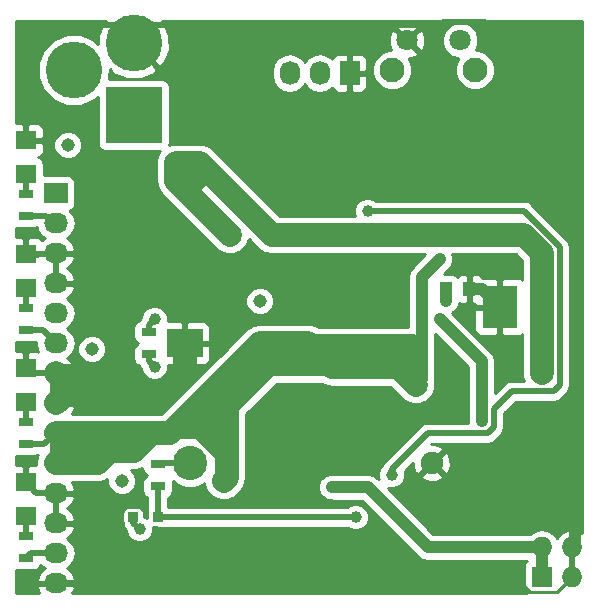
<source format=gbl>
G04 #@! TF.FileFunction,Copper,L2,Bot,Signal*
%FSLAX46Y46*%
G04 Gerber Fmt 4.6, Leading zero omitted, Abs format (unit mm)*
G04 Created by KiCad (PCBNEW 4.0.2-4+6225~38~ubuntu14.04.1-stable) date Fri 18 Mar 2016 20:19:54 GMT*
%MOMM*%
G01*
G04 APERTURE LIST*
%ADD10C,0.100000*%
%ADD11R,1.800860X1.597660*%
%ADD12C,2.900000*%
%ADD13C,1.900000*%
%ADD14C,4.800600*%
%ADD15R,4.800600X4.800600*%
%ADD16R,1.727200X2.032000*%
%ADD17O,1.727200X2.032000*%
%ADD18C,1.800000*%
%ADD19C,2.100000*%
%ADD20R,1.000000X1.250000*%
%ADD21R,1.300000X0.700000*%
%ADD22R,3.100000X2.400000*%
%ADD23C,1.143000*%
%ADD24R,3.000000X3.600000*%
%ADD25R,2.032000X1.727200*%
%ADD26O,2.032000X1.727200*%
%ADD27R,1.727200X1.727200*%
%ADD28O,1.727200X1.727200*%
%ADD29R,0.900000X0.900000*%
%ADD30C,1.000000*%
%ADD31C,2.000000*%
%ADD32C,0.508000*%
%ADD33C,0.254000*%
%ADD34C,2.000000*%
%ADD35C,1.016000*%
%ADD36C,0.381000*%
G04 APERTURE END LIST*
D10*
D11*
X101600000Y-113687860D03*
X101600000Y-110848140D03*
X101600000Y-142643860D03*
X101600000Y-139804140D03*
X101600000Y-132991860D03*
X101600000Y-130152140D03*
X101600000Y-123339860D03*
X101600000Y-120500140D03*
D12*
X115484000Y-138176000D03*
D13*
X135984000Y-138176000D03*
D14*
X110744000Y-102616000D03*
D15*
X110744000Y-108712000D03*
D14*
X105664000Y-104902000D03*
D16*
X129032000Y-105156000D03*
D17*
X126492000Y-105156000D03*
X123952000Y-105156000D03*
D18*
X138394000Y-102382000D03*
X133894000Y-102382000D03*
D19*
X139644000Y-104882000D03*
X132644000Y-104882000D03*
D20*
X137176000Y-123444000D03*
X139176000Y-123444000D03*
D21*
X112776000Y-140142000D03*
X112776000Y-138242000D03*
X112014000Y-127066000D03*
X112014000Y-128966000D03*
D22*
X115062000Y-128016000D03*
D21*
X101600000Y-117282000D03*
X101600000Y-115382000D03*
X101600000Y-136586000D03*
X101600000Y-134686000D03*
X101600000Y-146238000D03*
X101600000Y-144338000D03*
X101600000Y-126934000D03*
X101600000Y-125034000D03*
D23*
X105156000Y-111252000D03*
X121412000Y-124460000D03*
X109728000Y-139700000D03*
X107188000Y-128524000D03*
D24*
X141732000Y-124968000D03*
D25*
X104140000Y-115316000D03*
D26*
X104140000Y-117856000D03*
X104140000Y-120396000D03*
X104140000Y-122936000D03*
X104140000Y-125476000D03*
X104140000Y-128016000D03*
X104140000Y-130556000D03*
X104140000Y-133096000D03*
X104140000Y-135636000D03*
X104140000Y-138176000D03*
X104140000Y-140716000D03*
X104140000Y-143256000D03*
X104140000Y-145796000D03*
X104140000Y-148336000D03*
D27*
X145288000Y-147828000D03*
D28*
X145288000Y-145288000D03*
X147828000Y-147828000D03*
X147828000Y-145288000D03*
D29*
X112815000Y-142748000D03*
X110705000Y-142748000D03*
D30*
X101600000Y-109220000D03*
X127508000Y-140208000D03*
D31*
X118872000Y-118872000D03*
X114300000Y-112776000D03*
X145288000Y-130556000D03*
X116332000Y-112776000D03*
X145288000Y-128524000D03*
D30*
X112522000Y-125984000D03*
D31*
X118364000Y-139700000D03*
X125476000Y-128016000D03*
X127242000Y-129806000D03*
D30*
X136652000Y-120904000D03*
D31*
X134620000Y-131572000D03*
D30*
X111252000Y-143764000D03*
X132588000Y-139192000D03*
X130556000Y-116840000D03*
X129540000Y-142748000D03*
X112522000Y-130048000D03*
X140208000Y-134620000D03*
X136652000Y-125984000D03*
X137160000Y-124460000D03*
D32*
X112842000Y-138176000D02*
X112776000Y-138242000D01*
X115484000Y-138176000D02*
X112842000Y-138176000D01*
D33*
X147828000Y-147828000D02*
X146558000Y-149098000D01*
X144272000Y-149098000D02*
X143510000Y-148336000D01*
X146558000Y-149098000D02*
X144272000Y-149098000D01*
D32*
X147828000Y-145288000D02*
X147828000Y-147828000D01*
X148336000Y-143256000D02*
X148336000Y-144780000D01*
X148336000Y-144780000D02*
X147828000Y-145288000D01*
D34*
X104140000Y-130556000D02*
X104648000Y-131064000D01*
X104648000Y-131064000D02*
X104648000Y-132588000D01*
X104648000Y-132588000D02*
X104140000Y-133096000D01*
X104140000Y-133096000D02*
X106680000Y-130810000D01*
X106680000Y-130810000D02*
X110490000Y-130810000D01*
X110490000Y-130810000D02*
X111760000Y-132080000D01*
X111760000Y-132080000D02*
X113284000Y-132080000D01*
X113284000Y-132080000D02*
X115062000Y-130302000D01*
X115062000Y-130302000D02*
X115062000Y-128016000D01*
D35*
X140208000Y-123444000D02*
X141732000Y-124968000D01*
X139176000Y-123444000D02*
X140208000Y-123444000D01*
D32*
X148336000Y-101092000D02*
X148336000Y-143256000D01*
X136906000Y-100838000D02*
X140462000Y-100838000D01*
X140462000Y-100838000D02*
X140716000Y-101092000D01*
X140716000Y-101092000D02*
X148336000Y-101092000D01*
X104140000Y-148336000D02*
X143510000Y-148336000D01*
X102511860Y-140716000D02*
X104140000Y-140716000D01*
D34*
X104394000Y-130810000D02*
X106680000Y-130810000D01*
X104140000Y-130556000D02*
X104394000Y-130810000D01*
D32*
X104035860Y-120500140D02*
X104140000Y-120396000D01*
X101600000Y-110848140D02*
X101600000Y-109220000D01*
X136652000Y-101092000D02*
X136906000Y-100838000D01*
X101600000Y-101092000D02*
X101600000Y-110848140D01*
X101600000Y-101092000D02*
X136652000Y-101092000D01*
X101600000Y-120500140D02*
X104035860Y-120500140D01*
X102003860Y-130556000D02*
X101600000Y-130152140D01*
X104140000Y-130556000D02*
X102003860Y-130556000D01*
X101600000Y-139804140D02*
X102511860Y-140716000D01*
D35*
X145288000Y-147828000D02*
X145288000Y-145288000D01*
X127508000Y-140208000D02*
X130556000Y-140208000D01*
X130556000Y-140208000D02*
X135636000Y-145288000D01*
X135636000Y-145288000D02*
X145288000Y-145288000D01*
D34*
X116332000Y-112776000D02*
X115316000Y-112776000D01*
X115824000Y-114300000D02*
X115824000Y-113284000D01*
X115824000Y-113284000D02*
X115316000Y-112776000D01*
X115316000Y-112776000D02*
X114300000Y-112776000D01*
X116332000Y-112776000D02*
X116332000Y-113792000D01*
X116332000Y-113792000D02*
X115824000Y-114300000D01*
X115824000Y-114300000D02*
X114300000Y-114300000D01*
X114300000Y-114300000D02*
X118872000Y-118872000D01*
X114300000Y-112776000D02*
X114300000Y-114300000D01*
X145288000Y-128524000D02*
X145288000Y-130556000D01*
X145288000Y-120396000D02*
X145288000Y-128524000D01*
X122428000Y-118872000D02*
X116332000Y-112776000D01*
X122428000Y-118872000D02*
X137668000Y-118872000D01*
X137668000Y-118872000D02*
X143764000Y-118872000D01*
X143764000Y-118872000D02*
X145288000Y-120396000D01*
D32*
X101600000Y-117282000D02*
X103312000Y-117282000D01*
X103312000Y-117282000D02*
X104140000Y-117856000D01*
X112014000Y-127066000D02*
X112014000Y-126492000D01*
X112014000Y-126492000D02*
X112522000Y-125984000D01*
D34*
X116332000Y-135128000D02*
X118618000Y-137414000D01*
X118364000Y-136144000D02*
X118618000Y-136144000D01*
X118618000Y-136398000D02*
X118364000Y-136144000D01*
X118618000Y-137414000D02*
X118618000Y-136398000D01*
X118618000Y-133350000D02*
X118618000Y-136144000D01*
X118618000Y-136144000D02*
X118618000Y-139446000D01*
X118618000Y-139446000D02*
X118364000Y-139700000D01*
X125476000Y-128016000D02*
X121412000Y-128016000D01*
X121412000Y-128016000D02*
X119622000Y-129806000D01*
X114300000Y-135128000D02*
X116332000Y-135128000D01*
X116332000Y-135128000D02*
X116840000Y-135128000D01*
X116840000Y-135128000D02*
X118618000Y-133350000D01*
X118618000Y-133350000D02*
X122162000Y-129806000D01*
X125730000Y-128270000D02*
X134366000Y-128270000D01*
X134366000Y-131318000D02*
X134620000Y-131572000D01*
X134366000Y-128270000D02*
X134366000Y-131318000D01*
X127496000Y-130060000D02*
X133108000Y-130060000D01*
X133108000Y-130060000D02*
X134620000Y-131572000D01*
X119622000Y-129806000D02*
X122936000Y-129806000D01*
X122936000Y-129806000D02*
X127242000Y-129806000D01*
X119622000Y-129806000D02*
X115570000Y-133858000D01*
X115570000Y-133858000D02*
X114300000Y-135128000D01*
D35*
X135128000Y-122428000D02*
X136652000Y-120904000D01*
X135128000Y-131064000D02*
X135128000Y-122428000D01*
X134620000Y-131572000D02*
X135128000Y-131064000D01*
D32*
X103190000Y-136586000D02*
X104140000Y-135636000D01*
X101600000Y-136586000D02*
X103190000Y-136586000D01*
D34*
X113792000Y-135636000D02*
X114300000Y-135128000D01*
X112268000Y-135636000D02*
X113792000Y-135636000D01*
X104140000Y-135636000D02*
X112268000Y-135636000D01*
X107696000Y-138176000D02*
X108712000Y-137160000D01*
X108712000Y-137160000D02*
X110744000Y-137160000D01*
X110744000Y-137160000D02*
X112268000Y-135636000D01*
X104140000Y-138176000D02*
X107696000Y-138176000D01*
X104648000Y-137668000D02*
X104140000Y-138176000D01*
X104648000Y-136144000D02*
X104648000Y-137668000D01*
X104140000Y-135636000D02*
X104648000Y-136144000D01*
X104648000Y-137668000D02*
X104140000Y-138176000D01*
X104648000Y-137160000D02*
X104648000Y-137668000D01*
X108712000Y-137160000D02*
X104648000Y-137160000D01*
D32*
X110705000Y-142748000D02*
X110705000Y-143217000D01*
X110705000Y-143217000D02*
X111252000Y-143764000D01*
X111186000Y-143698000D02*
X111252000Y-143764000D01*
X102042000Y-145796000D02*
X101600000Y-146238000D01*
X104140000Y-145796000D02*
X102042000Y-145796000D01*
X103058000Y-126934000D02*
X104140000Y-128016000D01*
X101600000Y-126934000D02*
X103058000Y-126934000D01*
X132588000Y-138684000D02*
X132588000Y-139192000D01*
X135636000Y-135636000D02*
X132588000Y-138684000D01*
X140716000Y-135636000D02*
X135636000Y-135636000D01*
X141224000Y-135128000D02*
X140716000Y-135636000D01*
X141224000Y-133604000D02*
X141224000Y-135128000D01*
X142748000Y-132080000D02*
X141224000Y-133604000D01*
X146304000Y-132080000D02*
X142748000Y-132080000D01*
X146812000Y-131572000D02*
X146304000Y-132080000D01*
X146812000Y-119888000D02*
X146812000Y-131572000D01*
X143764000Y-116840000D02*
X146812000Y-119888000D01*
X130556000Y-116840000D02*
X143764000Y-116840000D01*
X112776000Y-142730220D02*
X112758220Y-142748000D01*
X112776000Y-140142000D02*
X112776000Y-142730220D01*
X128945000Y-142748000D02*
X129540000Y-142748000D01*
X112758220Y-142748000D02*
X128945000Y-142748000D01*
X112014000Y-128966000D02*
X112014000Y-129540000D01*
X112014000Y-129540000D02*
X112522000Y-130048000D01*
D35*
X140208000Y-129540000D02*
X140208000Y-134620000D01*
X136652000Y-125984000D02*
X140208000Y-129540000D01*
X137176000Y-124444000D02*
X137160000Y-124460000D01*
X137176000Y-124444000D02*
X137176000Y-123444000D01*
D36*
X137414000Y-123460000D02*
X137430000Y-123444000D01*
D32*
X101600000Y-115382000D02*
X101600000Y-113687860D01*
X101600000Y-134686000D02*
X101600000Y-132991860D01*
X101600000Y-144338000D02*
X101600000Y-142643860D01*
X101600000Y-125034000D02*
X101600000Y-123339860D01*
D33*
G36*
X139065000Y-130013446D02*
X139065000Y-134620000D01*
X139072964Y-134660039D01*
X139072888Y-134747000D01*
X135636000Y-134747000D01*
X135295794Y-134814671D01*
X135036569Y-134987880D01*
X135007382Y-135007382D01*
X131959382Y-138055382D01*
X131766671Y-138343794D01*
X131750695Y-138424112D01*
X131626355Y-138548235D01*
X131453197Y-138965244D01*
X131452803Y-139416775D01*
X131503207Y-139538761D01*
X131364223Y-139399777D01*
X130993407Y-139152006D01*
X130556000Y-139065000D01*
X127508000Y-139065000D01*
X127467961Y-139072964D01*
X127283225Y-139072803D01*
X127110984Y-139143972D01*
X127070593Y-139152006D01*
X127036650Y-139174686D01*
X126865914Y-139245233D01*
X126734022Y-139376896D01*
X126699777Y-139399777D01*
X126677095Y-139433723D01*
X126546355Y-139564235D01*
X126474886Y-139736350D01*
X126452006Y-139770593D01*
X126444042Y-139810631D01*
X126373197Y-139981244D01*
X126373034Y-140167609D01*
X126365000Y-140208000D01*
X126372964Y-140248039D01*
X126372803Y-140432775D01*
X126443972Y-140605016D01*
X126452006Y-140645407D01*
X126474686Y-140679350D01*
X126545233Y-140850086D01*
X126676896Y-140981978D01*
X126699777Y-141016223D01*
X126733723Y-141038905D01*
X126864235Y-141169645D01*
X127036350Y-141241114D01*
X127070593Y-141263994D01*
X127110631Y-141271958D01*
X127281244Y-141342803D01*
X127467609Y-141342966D01*
X127508000Y-141351000D01*
X130082554Y-141351000D01*
X134827777Y-146096223D01*
X135198593Y-146343994D01*
X135636000Y-146431000D01*
X144080670Y-146431000D01*
X143972959Y-146500310D01*
X143827969Y-146712510D01*
X143776960Y-146964400D01*
X143776960Y-148691600D01*
X143821238Y-148926917D01*
X143960310Y-149143041D01*
X144007084Y-149175000D01*
X105521097Y-149175000D01*
X105744709Y-148710791D01*
X105747358Y-148695026D01*
X105626217Y-148463000D01*
X104267000Y-148463000D01*
X104267000Y-148483000D01*
X104013000Y-148483000D01*
X104013000Y-148463000D01*
X102653783Y-148463000D01*
X102532642Y-148695026D01*
X102535291Y-148710791D01*
X102758903Y-149175000D01*
X100761000Y-149175000D01*
X100761000Y-147197167D01*
X100950000Y-147235440D01*
X102250000Y-147235440D01*
X102485317Y-147191162D01*
X102701441Y-147052090D01*
X102846431Y-146839890D01*
X102855411Y-146795545D01*
X102895585Y-146855670D01*
X103205069Y-147062461D01*
X102789268Y-147433964D01*
X102535291Y-147961209D01*
X102532642Y-147976974D01*
X102653783Y-148209000D01*
X104013000Y-148209000D01*
X104013000Y-148189000D01*
X104267000Y-148189000D01*
X104267000Y-148209000D01*
X105626217Y-148209000D01*
X105747358Y-147976974D01*
X105744709Y-147961209D01*
X105490732Y-147433964D01*
X105074931Y-147062461D01*
X105384415Y-146855670D01*
X105709271Y-146369489D01*
X105823345Y-145796000D01*
X105709271Y-145222511D01*
X105384415Y-144736330D01*
X105074931Y-144529539D01*
X105490732Y-144158036D01*
X105744709Y-143630791D01*
X105747358Y-143615026D01*
X105626217Y-143383000D01*
X104267000Y-143383000D01*
X104267000Y-143403000D01*
X104013000Y-143403000D01*
X104013000Y-143383000D01*
X103993000Y-143383000D01*
X103993000Y-143129000D01*
X104013000Y-143129000D01*
X104013000Y-140843000D01*
X104267000Y-140843000D01*
X104267000Y-143129000D01*
X105626217Y-143129000D01*
X105747358Y-142896974D01*
X105744709Y-142881209D01*
X105490732Y-142353964D01*
X105078892Y-141986000D01*
X105490732Y-141618036D01*
X105744709Y-141090791D01*
X105747358Y-141075026D01*
X105626217Y-140843000D01*
X104267000Y-140843000D01*
X104013000Y-140843000D01*
X103993000Y-140843000D01*
X103993000Y-140589000D01*
X104013000Y-140589000D01*
X104013000Y-140569000D01*
X104267000Y-140569000D01*
X104267000Y-140589000D01*
X105626217Y-140589000D01*
X105747358Y-140356974D01*
X105744709Y-140341209D01*
X105490732Y-139813964D01*
X105487415Y-139811000D01*
X107695995Y-139811000D01*
X107696000Y-139811001D01*
X108321688Y-139686543D01*
X108521628Y-139552948D01*
X108521291Y-139938935D01*
X108704582Y-140382535D01*
X109043680Y-140722225D01*
X109486959Y-140906290D01*
X109966935Y-140906709D01*
X110410535Y-140723418D01*
X110750225Y-140384320D01*
X110934290Y-139941041D01*
X110934709Y-139461065D01*
X110751418Y-139017465D01*
X110529341Y-138795000D01*
X110743995Y-138795000D01*
X110744000Y-138795001D01*
X111369688Y-138670543D01*
X111479529Y-138597150D01*
X111522838Y-138827317D01*
X111661910Y-139043441D01*
X111874110Y-139188431D01*
X111887197Y-139191081D01*
X111674559Y-139327910D01*
X111529569Y-139540110D01*
X111478560Y-139792000D01*
X111478560Y-140492000D01*
X111522838Y-140727317D01*
X111661910Y-140943441D01*
X111874110Y-141088431D01*
X111887000Y-141091041D01*
X111887000Y-142451693D01*
X111872560Y-142523000D01*
X111872560Y-142731209D01*
X111869220Y-142748000D01*
X111872560Y-142764791D01*
X111872560Y-142792719D01*
X111647440Y-142699241D01*
X111647440Y-142523000D01*
X111603162Y-142287683D01*
X111464090Y-142071559D01*
X111251890Y-141926569D01*
X111000000Y-141875560D01*
X110788253Y-141875560D01*
X110705000Y-141859000D01*
X110621747Y-141875560D01*
X110410000Y-141875560D01*
X110174683Y-141919838D01*
X109958559Y-142058910D01*
X109813569Y-142271110D01*
X109762560Y-142523000D01*
X109762560Y-142973000D01*
X109806838Y-143208317D01*
X109817599Y-143225041D01*
X109883671Y-143557206D01*
X110003211Y-143736110D01*
X110076382Y-143845618D01*
X110116893Y-143886129D01*
X110116803Y-143988775D01*
X110289233Y-144406086D01*
X110608235Y-144725645D01*
X111025244Y-144898803D01*
X111476775Y-144899197D01*
X111894086Y-144726767D01*
X112213645Y-144407765D01*
X112386803Y-143990756D01*
X112387150Y-143593537D01*
X112520000Y-143620440D01*
X112674967Y-143620440D01*
X112758220Y-143637000D01*
X128823717Y-143637000D01*
X128896235Y-143709645D01*
X129313244Y-143882803D01*
X129764775Y-143883197D01*
X130182086Y-143710767D01*
X130501645Y-143391765D01*
X130674803Y-142974756D01*
X130675197Y-142523225D01*
X130502767Y-142105914D01*
X130183765Y-141786355D01*
X129766756Y-141613197D01*
X129315225Y-141612803D01*
X128897914Y-141785233D01*
X128824018Y-141859000D01*
X113665000Y-141859000D01*
X113665000Y-141092792D01*
X113877441Y-140956090D01*
X114022431Y-140743890D01*
X114073440Y-140492000D01*
X114073440Y-139792000D01*
X114055398Y-139696115D01*
X114301400Y-139942547D01*
X115067448Y-140260638D01*
X115896913Y-140261362D01*
X116663515Y-139944608D01*
X116728842Y-139879395D01*
X116728716Y-140023795D01*
X116977106Y-140624943D01*
X117436637Y-141085278D01*
X118037352Y-141334716D01*
X118687795Y-141335284D01*
X119288943Y-141086894D01*
X119749278Y-140627363D01*
X119749563Y-140626676D01*
X119774117Y-140602122D01*
X119774120Y-140602120D01*
X120073781Y-140153645D01*
X120128543Y-140071688D01*
X120253000Y-139446000D01*
X120253000Y-134027240D01*
X122839239Y-131441000D01*
X126676438Y-131441000D01*
X126870313Y-131570543D01*
X127496000Y-131695000D01*
X132430760Y-131695000D01*
X133463443Y-132727683D01*
X133692637Y-132957278D01*
X134293352Y-133206716D01*
X134943795Y-133207284D01*
X135544943Y-132958894D01*
X136005278Y-132499363D01*
X136254716Y-131898648D01*
X136255284Y-131248205D01*
X136241159Y-131214020D01*
X136271000Y-131064000D01*
X136271000Y-127219446D01*
X139065000Y-130013446D01*
X139065000Y-130013446D01*
G37*
X139065000Y-130013446D02*
X139065000Y-134620000D01*
X139072964Y-134660039D01*
X139072888Y-134747000D01*
X135636000Y-134747000D01*
X135295794Y-134814671D01*
X135036569Y-134987880D01*
X135007382Y-135007382D01*
X131959382Y-138055382D01*
X131766671Y-138343794D01*
X131750695Y-138424112D01*
X131626355Y-138548235D01*
X131453197Y-138965244D01*
X131452803Y-139416775D01*
X131503207Y-139538761D01*
X131364223Y-139399777D01*
X130993407Y-139152006D01*
X130556000Y-139065000D01*
X127508000Y-139065000D01*
X127467961Y-139072964D01*
X127283225Y-139072803D01*
X127110984Y-139143972D01*
X127070593Y-139152006D01*
X127036650Y-139174686D01*
X126865914Y-139245233D01*
X126734022Y-139376896D01*
X126699777Y-139399777D01*
X126677095Y-139433723D01*
X126546355Y-139564235D01*
X126474886Y-139736350D01*
X126452006Y-139770593D01*
X126444042Y-139810631D01*
X126373197Y-139981244D01*
X126373034Y-140167609D01*
X126365000Y-140208000D01*
X126372964Y-140248039D01*
X126372803Y-140432775D01*
X126443972Y-140605016D01*
X126452006Y-140645407D01*
X126474686Y-140679350D01*
X126545233Y-140850086D01*
X126676896Y-140981978D01*
X126699777Y-141016223D01*
X126733723Y-141038905D01*
X126864235Y-141169645D01*
X127036350Y-141241114D01*
X127070593Y-141263994D01*
X127110631Y-141271958D01*
X127281244Y-141342803D01*
X127467609Y-141342966D01*
X127508000Y-141351000D01*
X130082554Y-141351000D01*
X134827777Y-146096223D01*
X135198593Y-146343994D01*
X135636000Y-146431000D01*
X144080670Y-146431000D01*
X143972959Y-146500310D01*
X143827969Y-146712510D01*
X143776960Y-146964400D01*
X143776960Y-148691600D01*
X143821238Y-148926917D01*
X143960310Y-149143041D01*
X144007084Y-149175000D01*
X105521097Y-149175000D01*
X105744709Y-148710791D01*
X105747358Y-148695026D01*
X105626217Y-148463000D01*
X104267000Y-148463000D01*
X104267000Y-148483000D01*
X104013000Y-148483000D01*
X104013000Y-148463000D01*
X102653783Y-148463000D01*
X102532642Y-148695026D01*
X102535291Y-148710791D01*
X102758903Y-149175000D01*
X100761000Y-149175000D01*
X100761000Y-147197167D01*
X100950000Y-147235440D01*
X102250000Y-147235440D01*
X102485317Y-147191162D01*
X102701441Y-147052090D01*
X102846431Y-146839890D01*
X102855411Y-146795545D01*
X102895585Y-146855670D01*
X103205069Y-147062461D01*
X102789268Y-147433964D01*
X102535291Y-147961209D01*
X102532642Y-147976974D01*
X102653783Y-148209000D01*
X104013000Y-148209000D01*
X104013000Y-148189000D01*
X104267000Y-148189000D01*
X104267000Y-148209000D01*
X105626217Y-148209000D01*
X105747358Y-147976974D01*
X105744709Y-147961209D01*
X105490732Y-147433964D01*
X105074931Y-147062461D01*
X105384415Y-146855670D01*
X105709271Y-146369489D01*
X105823345Y-145796000D01*
X105709271Y-145222511D01*
X105384415Y-144736330D01*
X105074931Y-144529539D01*
X105490732Y-144158036D01*
X105744709Y-143630791D01*
X105747358Y-143615026D01*
X105626217Y-143383000D01*
X104267000Y-143383000D01*
X104267000Y-143403000D01*
X104013000Y-143403000D01*
X104013000Y-143383000D01*
X103993000Y-143383000D01*
X103993000Y-143129000D01*
X104013000Y-143129000D01*
X104013000Y-140843000D01*
X104267000Y-140843000D01*
X104267000Y-143129000D01*
X105626217Y-143129000D01*
X105747358Y-142896974D01*
X105744709Y-142881209D01*
X105490732Y-142353964D01*
X105078892Y-141986000D01*
X105490732Y-141618036D01*
X105744709Y-141090791D01*
X105747358Y-141075026D01*
X105626217Y-140843000D01*
X104267000Y-140843000D01*
X104013000Y-140843000D01*
X103993000Y-140843000D01*
X103993000Y-140589000D01*
X104013000Y-140589000D01*
X104013000Y-140569000D01*
X104267000Y-140569000D01*
X104267000Y-140589000D01*
X105626217Y-140589000D01*
X105747358Y-140356974D01*
X105744709Y-140341209D01*
X105490732Y-139813964D01*
X105487415Y-139811000D01*
X107695995Y-139811000D01*
X107696000Y-139811001D01*
X108321688Y-139686543D01*
X108521628Y-139552948D01*
X108521291Y-139938935D01*
X108704582Y-140382535D01*
X109043680Y-140722225D01*
X109486959Y-140906290D01*
X109966935Y-140906709D01*
X110410535Y-140723418D01*
X110750225Y-140384320D01*
X110934290Y-139941041D01*
X110934709Y-139461065D01*
X110751418Y-139017465D01*
X110529341Y-138795000D01*
X110743995Y-138795000D01*
X110744000Y-138795001D01*
X111369688Y-138670543D01*
X111479529Y-138597150D01*
X111522838Y-138827317D01*
X111661910Y-139043441D01*
X111874110Y-139188431D01*
X111887197Y-139191081D01*
X111674559Y-139327910D01*
X111529569Y-139540110D01*
X111478560Y-139792000D01*
X111478560Y-140492000D01*
X111522838Y-140727317D01*
X111661910Y-140943441D01*
X111874110Y-141088431D01*
X111887000Y-141091041D01*
X111887000Y-142451693D01*
X111872560Y-142523000D01*
X111872560Y-142731209D01*
X111869220Y-142748000D01*
X111872560Y-142764791D01*
X111872560Y-142792719D01*
X111647440Y-142699241D01*
X111647440Y-142523000D01*
X111603162Y-142287683D01*
X111464090Y-142071559D01*
X111251890Y-141926569D01*
X111000000Y-141875560D01*
X110788253Y-141875560D01*
X110705000Y-141859000D01*
X110621747Y-141875560D01*
X110410000Y-141875560D01*
X110174683Y-141919838D01*
X109958559Y-142058910D01*
X109813569Y-142271110D01*
X109762560Y-142523000D01*
X109762560Y-142973000D01*
X109806838Y-143208317D01*
X109817599Y-143225041D01*
X109883671Y-143557206D01*
X110003211Y-143736110D01*
X110076382Y-143845618D01*
X110116893Y-143886129D01*
X110116803Y-143988775D01*
X110289233Y-144406086D01*
X110608235Y-144725645D01*
X111025244Y-144898803D01*
X111476775Y-144899197D01*
X111894086Y-144726767D01*
X112213645Y-144407765D01*
X112386803Y-143990756D01*
X112387150Y-143593537D01*
X112520000Y-143620440D01*
X112674967Y-143620440D01*
X112758220Y-143637000D01*
X128823717Y-143637000D01*
X128896235Y-143709645D01*
X129313244Y-143882803D01*
X129764775Y-143883197D01*
X130182086Y-143710767D01*
X130501645Y-143391765D01*
X130674803Y-142974756D01*
X130675197Y-142523225D01*
X130502767Y-142105914D01*
X130183765Y-141786355D01*
X129766756Y-141613197D01*
X129315225Y-141612803D01*
X128897914Y-141785233D01*
X128824018Y-141859000D01*
X113665000Y-141859000D01*
X113665000Y-141092792D01*
X113877441Y-140956090D01*
X114022431Y-140743890D01*
X114073440Y-140492000D01*
X114073440Y-139792000D01*
X114055398Y-139696115D01*
X114301400Y-139942547D01*
X115067448Y-140260638D01*
X115896913Y-140261362D01*
X116663515Y-139944608D01*
X116728842Y-139879395D01*
X116728716Y-140023795D01*
X116977106Y-140624943D01*
X117436637Y-141085278D01*
X118037352Y-141334716D01*
X118687795Y-141335284D01*
X119288943Y-141086894D01*
X119749278Y-140627363D01*
X119749563Y-140626676D01*
X119774117Y-140602122D01*
X119774120Y-140602120D01*
X120073781Y-140153645D01*
X120128543Y-140071688D01*
X120253000Y-139446000D01*
X120253000Y-134027240D01*
X122839239Y-131441000D01*
X126676438Y-131441000D01*
X126870313Y-131570543D01*
X127496000Y-131695000D01*
X132430760Y-131695000D01*
X133463443Y-132727683D01*
X133692637Y-132957278D01*
X134293352Y-133206716D01*
X134943795Y-133207284D01*
X135544943Y-132958894D01*
X136005278Y-132499363D01*
X136254716Y-131898648D01*
X136255284Y-131248205D01*
X136241159Y-131214020D01*
X136271000Y-131064000D01*
X136271000Y-127219446D01*
X139065000Y-130013446D01*
G36*
X148717000Y-144081738D02*
X148716490Y-144081179D01*
X148187027Y-143833032D01*
X147955000Y-143953531D01*
X147955000Y-145161000D01*
X147975000Y-145161000D01*
X147975000Y-145415000D01*
X147955000Y-145415000D01*
X147955000Y-147701000D01*
X147975000Y-147701000D01*
X147975000Y-147955000D01*
X147955000Y-147955000D01*
X147955000Y-147975000D01*
X147701000Y-147975000D01*
X147701000Y-147955000D01*
X147681000Y-147955000D01*
X147681000Y-147701000D01*
X147701000Y-147701000D01*
X147701000Y-145415000D01*
X147681000Y-145415000D01*
X147681000Y-145161000D01*
X147701000Y-145161000D01*
X147701000Y-143953531D01*
X147468973Y-143833032D01*
X146939510Y-144081179D01*
X146557992Y-144499161D01*
X146377029Y-144228330D01*
X145890848Y-143903474D01*
X145317359Y-143789400D01*
X145258641Y-143789400D01*
X144685152Y-143903474D01*
X144323683Y-144145000D01*
X136109446Y-144145000D01*
X132241546Y-140277100D01*
X132361244Y-140326803D01*
X132812775Y-140327197D01*
X133230086Y-140154767D01*
X133549645Y-139835765D01*
X133722803Y-139418756D01*
X133722913Y-139292350D01*
X135047255Y-139292350D01*
X135139792Y-139554019D01*
X135731398Y-139772188D01*
X136361461Y-139747352D01*
X136828208Y-139554019D01*
X136920745Y-139292350D01*
X135984000Y-138355605D01*
X135047255Y-139292350D01*
X133722913Y-139292350D01*
X133723197Y-138967225D01*
X133676069Y-138853167D01*
X134396080Y-138133156D01*
X134412648Y-138553461D01*
X134605981Y-139020208D01*
X134867650Y-139112745D01*
X135804395Y-138176000D01*
X136163605Y-138176000D01*
X137100350Y-139112745D01*
X137362019Y-139020208D01*
X137580188Y-138428602D01*
X137555352Y-137798539D01*
X137362019Y-137331792D01*
X137100350Y-137239255D01*
X136163605Y-138176000D01*
X135804395Y-138176000D01*
X135790253Y-138161858D01*
X135969858Y-137982253D01*
X135984000Y-137996395D01*
X136920745Y-137059650D01*
X136828208Y-136797981D01*
X136236602Y-136579812D01*
X135937639Y-136591597D01*
X136004236Y-136525000D01*
X140716000Y-136525000D01*
X141056206Y-136457329D01*
X141344618Y-136264618D01*
X141852618Y-135756618D01*
X142045329Y-135468206D01*
X142113000Y-135128000D01*
X142113000Y-133972236D01*
X143116236Y-132969000D01*
X146304000Y-132969000D01*
X146644206Y-132901329D01*
X146932618Y-132708618D01*
X147440618Y-132200618D01*
X147633329Y-131912206D01*
X147701000Y-131572000D01*
X147701000Y-119888000D01*
X147633329Y-119547794D01*
X147440618Y-119259382D01*
X144392618Y-116211382D01*
X144345053Y-116179600D01*
X144104206Y-116018671D01*
X143764000Y-115951000D01*
X131272283Y-115951000D01*
X131199765Y-115878355D01*
X130782756Y-115705197D01*
X130331225Y-115704803D01*
X129913914Y-115877233D01*
X129594355Y-116196235D01*
X129421197Y-116613244D01*
X129420803Y-117064775D01*
X129491965Y-117237000D01*
X123105239Y-117237000D01*
X117488557Y-111620317D01*
X117259363Y-111390722D01*
X116658648Y-111141284D01*
X116008205Y-111140716D01*
X116007518Y-111141000D01*
X115316005Y-111141000D01*
X115316000Y-111140999D01*
X115315995Y-111141000D01*
X114301426Y-111141000D01*
X113976205Y-111140716D01*
X113768616Y-111226490D01*
X113791740Y-111112300D01*
X113791740Y-106311700D01*
X113747462Y-106076383D01*
X113608390Y-105860259D01*
X113396190Y-105715269D01*
X113144300Y-105664260D01*
X108634056Y-105664260D01*
X108698772Y-105508407D01*
X108699355Y-104840253D01*
X108759671Y-104779937D01*
X109029221Y-105192257D01*
X110145642Y-105652369D01*
X111353157Y-105650221D01*
X112458779Y-105192257D01*
X112603256Y-104971255D01*
X122453400Y-104971255D01*
X122453400Y-105340745D01*
X122567474Y-105914234D01*
X122892330Y-106400415D01*
X123378511Y-106725271D01*
X123952000Y-106839345D01*
X124525489Y-106725271D01*
X125011670Y-106400415D01*
X125222000Y-106085634D01*
X125432330Y-106400415D01*
X125918511Y-106725271D01*
X126492000Y-106839345D01*
X127065489Y-106725271D01*
X127551670Y-106400415D01*
X127566500Y-106378220D01*
X127630073Y-106531698D01*
X127808701Y-106710327D01*
X128042090Y-106807000D01*
X128746250Y-106807000D01*
X128905000Y-106648250D01*
X128905000Y-105283000D01*
X129159000Y-105283000D01*
X129159000Y-106648250D01*
X129317750Y-106807000D01*
X130021910Y-106807000D01*
X130255299Y-106710327D01*
X130433927Y-106531698D01*
X130530600Y-106298309D01*
X130530600Y-105441750D01*
X130371850Y-105283000D01*
X129159000Y-105283000D01*
X128905000Y-105283000D01*
X128885000Y-105283000D01*
X128885000Y-105215697D01*
X130958708Y-105215697D01*
X131214694Y-105835229D01*
X131688278Y-106309640D01*
X132307362Y-106566707D01*
X132977697Y-106567292D01*
X133597229Y-106311306D01*
X134071640Y-105837722D01*
X134328707Y-105218638D01*
X134329292Y-104548303D01*
X134073306Y-103928771D01*
X134056111Y-103911546D01*
X134263460Y-103902839D01*
X134708148Y-103718643D01*
X134794554Y-103462159D01*
X133894000Y-102561605D01*
X133879858Y-102575748D01*
X133700253Y-102396143D01*
X133714395Y-102382000D01*
X134073605Y-102382000D01*
X134974159Y-103282554D01*
X135230643Y-103196148D01*
X135417289Y-102685991D01*
X136858735Y-102685991D01*
X137091932Y-103250371D01*
X137523357Y-103682551D01*
X138087330Y-103916733D01*
X138225801Y-103916854D01*
X138216360Y-103926278D01*
X137959293Y-104545362D01*
X137958708Y-105215697D01*
X138214694Y-105835229D01*
X138688278Y-106309640D01*
X139307362Y-106566707D01*
X139977697Y-106567292D01*
X140597229Y-106311306D01*
X141071640Y-105837722D01*
X141328707Y-105218638D01*
X141329292Y-104548303D01*
X141073306Y-103928771D01*
X140599722Y-103454360D01*
X139980638Y-103197293D01*
X139717630Y-103197063D01*
X139928733Y-102688670D01*
X139929265Y-102078009D01*
X139696068Y-101513629D01*
X139264643Y-101081449D01*
X138700670Y-100847267D01*
X138090009Y-100846735D01*
X137525629Y-101079932D01*
X137093449Y-101511357D01*
X136859267Y-102075330D01*
X136858735Y-102685991D01*
X135417289Y-102685991D01*
X135440458Y-102622664D01*
X135414839Y-102012540D01*
X135230643Y-101567852D01*
X134974159Y-101481446D01*
X134073605Y-102382000D01*
X133714395Y-102382000D01*
X132813841Y-101481446D01*
X132557357Y-101567852D01*
X132347542Y-102141336D01*
X132373161Y-102751460D01*
X132557357Y-103196148D01*
X132559665Y-103196926D01*
X132310303Y-103196708D01*
X131690771Y-103452694D01*
X131216360Y-103926278D01*
X130959293Y-104545362D01*
X130958708Y-105215697D01*
X128885000Y-105215697D01*
X128885000Y-105029000D01*
X128905000Y-105029000D01*
X128905000Y-103663750D01*
X129159000Y-103663750D01*
X129159000Y-105029000D01*
X130371850Y-105029000D01*
X130530600Y-104870250D01*
X130530600Y-104013691D01*
X130433927Y-103780302D01*
X130255299Y-103601673D01*
X130021910Y-103505000D01*
X129317750Y-103505000D01*
X129159000Y-103663750D01*
X128905000Y-103663750D01*
X128746250Y-103505000D01*
X128042090Y-103505000D01*
X127808701Y-103601673D01*
X127630073Y-103780302D01*
X127566500Y-103933780D01*
X127551670Y-103911585D01*
X127065489Y-103586729D01*
X126492000Y-103472655D01*
X125918511Y-103586729D01*
X125432330Y-103911585D01*
X125222000Y-104226366D01*
X125011670Y-103911585D01*
X124525489Y-103586729D01*
X123952000Y-103472655D01*
X123378511Y-103586729D01*
X122892330Y-103911585D01*
X122567474Y-104397766D01*
X122453400Y-104971255D01*
X112603256Y-104971255D01*
X112728330Y-104779936D01*
X110744000Y-102795605D01*
X110729858Y-102809748D01*
X110550252Y-102630142D01*
X110564395Y-102616000D01*
X110550252Y-102601858D01*
X110729858Y-102422252D01*
X110744000Y-102436395D01*
X110758142Y-102422252D01*
X110937748Y-102601858D01*
X110923605Y-102616000D01*
X112907936Y-104600330D01*
X113320257Y-104330779D01*
X113780369Y-103214358D01*
X113778221Y-102006843D01*
X113486200Y-101301841D01*
X132993446Y-101301841D01*
X133894000Y-102202395D01*
X134794554Y-101301841D01*
X134708148Y-101045357D01*
X134134664Y-100835542D01*
X133524540Y-100861161D01*
X133079852Y-101045357D01*
X132993446Y-101301841D01*
X113486200Y-101301841D01*
X113320257Y-100901221D01*
X113105767Y-100761000D01*
X148717000Y-100761000D01*
X148717000Y-144081738D01*
X148717000Y-144081738D01*
G37*
X148717000Y-144081738D02*
X148716490Y-144081179D01*
X148187027Y-143833032D01*
X147955000Y-143953531D01*
X147955000Y-145161000D01*
X147975000Y-145161000D01*
X147975000Y-145415000D01*
X147955000Y-145415000D01*
X147955000Y-147701000D01*
X147975000Y-147701000D01*
X147975000Y-147955000D01*
X147955000Y-147955000D01*
X147955000Y-147975000D01*
X147701000Y-147975000D01*
X147701000Y-147955000D01*
X147681000Y-147955000D01*
X147681000Y-147701000D01*
X147701000Y-147701000D01*
X147701000Y-145415000D01*
X147681000Y-145415000D01*
X147681000Y-145161000D01*
X147701000Y-145161000D01*
X147701000Y-143953531D01*
X147468973Y-143833032D01*
X146939510Y-144081179D01*
X146557992Y-144499161D01*
X146377029Y-144228330D01*
X145890848Y-143903474D01*
X145317359Y-143789400D01*
X145258641Y-143789400D01*
X144685152Y-143903474D01*
X144323683Y-144145000D01*
X136109446Y-144145000D01*
X132241546Y-140277100D01*
X132361244Y-140326803D01*
X132812775Y-140327197D01*
X133230086Y-140154767D01*
X133549645Y-139835765D01*
X133722803Y-139418756D01*
X133722913Y-139292350D01*
X135047255Y-139292350D01*
X135139792Y-139554019D01*
X135731398Y-139772188D01*
X136361461Y-139747352D01*
X136828208Y-139554019D01*
X136920745Y-139292350D01*
X135984000Y-138355605D01*
X135047255Y-139292350D01*
X133722913Y-139292350D01*
X133723197Y-138967225D01*
X133676069Y-138853167D01*
X134396080Y-138133156D01*
X134412648Y-138553461D01*
X134605981Y-139020208D01*
X134867650Y-139112745D01*
X135804395Y-138176000D01*
X136163605Y-138176000D01*
X137100350Y-139112745D01*
X137362019Y-139020208D01*
X137580188Y-138428602D01*
X137555352Y-137798539D01*
X137362019Y-137331792D01*
X137100350Y-137239255D01*
X136163605Y-138176000D01*
X135804395Y-138176000D01*
X135790253Y-138161858D01*
X135969858Y-137982253D01*
X135984000Y-137996395D01*
X136920745Y-137059650D01*
X136828208Y-136797981D01*
X136236602Y-136579812D01*
X135937639Y-136591597D01*
X136004236Y-136525000D01*
X140716000Y-136525000D01*
X141056206Y-136457329D01*
X141344618Y-136264618D01*
X141852618Y-135756618D01*
X142045329Y-135468206D01*
X142113000Y-135128000D01*
X142113000Y-133972236D01*
X143116236Y-132969000D01*
X146304000Y-132969000D01*
X146644206Y-132901329D01*
X146932618Y-132708618D01*
X147440618Y-132200618D01*
X147633329Y-131912206D01*
X147701000Y-131572000D01*
X147701000Y-119888000D01*
X147633329Y-119547794D01*
X147440618Y-119259382D01*
X144392618Y-116211382D01*
X144345053Y-116179600D01*
X144104206Y-116018671D01*
X143764000Y-115951000D01*
X131272283Y-115951000D01*
X131199765Y-115878355D01*
X130782756Y-115705197D01*
X130331225Y-115704803D01*
X129913914Y-115877233D01*
X129594355Y-116196235D01*
X129421197Y-116613244D01*
X129420803Y-117064775D01*
X129491965Y-117237000D01*
X123105239Y-117237000D01*
X117488557Y-111620317D01*
X117259363Y-111390722D01*
X116658648Y-111141284D01*
X116008205Y-111140716D01*
X116007518Y-111141000D01*
X115316005Y-111141000D01*
X115316000Y-111140999D01*
X115315995Y-111141000D01*
X114301426Y-111141000D01*
X113976205Y-111140716D01*
X113768616Y-111226490D01*
X113791740Y-111112300D01*
X113791740Y-106311700D01*
X113747462Y-106076383D01*
X113608390Y-105860259D01*
X113396190Y-105715269D01*
X113144300Y-105664260D01*
X108634056Y-105664260D01*
X108698772Y-105508407D01*
X108699355Y-104840253D01*
X108759671Y-104779937D01*
X109029221Y-105192257D01*
X110145642Y-105652369D01*
X111353157Y-105650221D01*
X112458779Y-105192257D01*
X112603256Y-104971255D01*
X122453400Y-104971255D01*
X122453400Y-105340745D01*
X122567474Y-105914234D01*
X122892330Y-106400415D01*
X123378511Y-106725271D01*
X123952000Y-106839345D01*
X124525489Y-106725271D01*
X125011670Y-106400415D01*
X125222000Y-106085634D01*
X125432330Y-106400415D01*
X125918511Y-106725271D01*
X126492000Y-106839345D01*
X127065489Y-106725271D01*
X127551670Y-106400415D01*
X127566500Y-106378220D01*
X127630073Y-106531698D01*
X127808701Y-106710327D01*
X128042090Y-106807000D01*
X128746250Y-106807000D01*
X128905000Y-106648250D01*
X128905000Y-105283000D01*
X129159000Y-105283000D01*
X129159000Y-106648250D01*
X129317750Y-106807000D01*
X130021910Y-106807000D01*
X130255299Y-106710327D01*
X130433927Y-106531698D01*
X130530600Y-106298309D01*
X130530600Y-105441750D01*
X130371850Y-105283000D01*
X129159000Y-105283000D01*
X128905000Y-105283000D01*
X128885000Y-105283000D01*
X128885000Y-105215697D01*
X130958708Y-105215697D01*
X131214694Y-105835229D01*
X131688278Y-106309640D01*
X132307362Y-106566707D01*
X132977697Y-106567292D01*
X133597229Y-106311306D01*
X134071640Y-105837722D01*
X134328707Y-105218638D01*
X134329292Y-104548303D01*
X134073306Y-103928771D01*
X134056111Y-103911546D01*
X134263460Y-103902839D01*
X134708148Y-103718643D01*
X134794554Y-103462159D01*
X133894000Y-102561605D01*
X133879858Y-102575748D01*
X133700253Y-102396143D01*
X133714395Y-102382000D01*
X134073605Y-102382000D01*
X134974159Y-103282554D01*
X135230643Y-103196148D01*
X135417289Y-102685991D01*
X136858735Y-102685991D01*
X137091932Y-103250371D01*
X137523357Y-103682551D01*
X138087330Y-103916733D01*
X138225801Y-103916854D01*
X138216360Y-103926278D01*
X137959293Y-104545362D01*
X137958708Y-105215697D01*
X138214694Y-105835229D01*
X138688278Y-106309640D01*
X139307362Y-106566707D01*
X139977697Y-106567292D01*
X140597229Y-106311306D01*
X141071640Y-105837722D01*
X141328707Y-105218638D01*
X141329292Y-104548303D01*
X141073306Y-103928771D01*
X140599722Y-103454360D01*
X139980638Y-103197293D01*
X139717630Y-103197063D01*
X139928733Y-102688670D01*
X139929265Y-102078009D01*
X139696068Y-101513629D01*
X139264643Y-101081449D01*
X138700670Y-100847267D01*
X138090009Y-100846735D01*
X137525629Y-101079932D01*
X137093449Y-101511357D01*
X136859267Y-102075330D01*
X136858735Y-102685991D01*
X135417289Y-102685991D01*
X135440458Y-102622664D01*
X135414839Y-102012540D01*
X135230643Y-101567852D01*
X134974159Y-101481446D01*
X134073605Y-102382000D01*
X133714395Y-102382000D01*
X132813841Y-101481446D01*
X132557357Y-101567852D01*
X132347542Y-102141336D01*
X132373161Y-102751460D01*
X132557357Y-103196148D01*
X132559665Y-103196926D01*
X132310303Y-103196708D01*
X131690771Y-103452694D01*
X131216360Y-103926278D01*
X130959293Y-104545362D01*
X130958708Y-105215697D01*
X128885000Y-105215697D01*
X128885000Y-105029000D01*
X128905000Y-105029000D01*
X128905000Y-103663750D01*
X129159000Y-103663750D01*
X129159000Y-105029000D01*
X130371850Y-105029000D01*
X130530600Y-104870250D01*
X130530600Y-104013691D01*
X130433927Y-103780302D01*
X130255299Y-103601673D01*
X130021910Y-103505000D01*
X129317750Y-103505000D01*
X129159000Y-103663750D01*
X128905000Y-103663750D01*
X128746250Y-103505000D01*
X128042090Y-103505000D01*
X127808701Y-103601673D01*
X127630073Y-103780302D01*
X127566500Y-103933780D01*
X127551670Y-103911585D01*
X127065489Y-103586729D01*
X126492000Y-103472655D01*
X125918511Y-103586729D01*
X125432330Y-103911585D01*
X125222000Y-104226366D01*
X125011670Y-103911585D01*
X124525489Y-103586729D01*
X123952000Y-103472655D01*
X123378511Y-103586729D01*
X122892330Y-103911585D01*
X122567474Y-104397766D01*
X122453400Y-104971255D01*
X112603256Y-104971255D01*
X112728330Y-104779936D01*
X110744000Y-102795605D01*
X110729858Y-102809748D01*
X110550252Y-102630142D01*
X110564395Y-102616000D01*
X110550252Y-102601858D01*
X110729858Y-102422252D01*
X110744000Y-102436395D01*
X110758142Y-102422252D01*
X110937748Y-102601858D01*
X110923605Y-102616000D01*
X112907936Y-104600330D01*
X113320257Y-104330779D01*
X113780369Y-103214358D01*
X113778221Y-102006843D01*
X113486200Y-101301841D01*
X132993446Y-101301841D01*
X133894000Y-102202395D01*
X134794554Y-101301841D01*
X134708148Y-101045357D01*
X134134664Y-100835542D01*
X133524540Y-100861161D01*
X133079852Y-101045357D01*
X132993446Y-101301841D01*
X113486200Y-101301841D01*
X113320257Y-100901221D01*
X113105767Y-100761000D01*
X148717000Y-100761000D01*
X148717000Y-144081738D01*
G36*
X102570729Y-137602511D02*
X102456655Y-138176000D01*
X102495306Y-138370310D01*
X101885750Y-138370310D01*
X101727000Y-138529060D01*
X101727000Y-139677140D01*
X101747000Y-139677140D01*
X101747000Y-139931140D01*
X101727000Y-139931140D01*
X101727000Y-139951140D01*
X101473000Y-139951140D01*
X101473000Y-139931140D01*
X101453000Y-139931140D01*
X101453000Y-139677140D01*
X101473000Y-139677140D01*
X101473000Y-138529060D01*
X101314250Y-138370310D01*
X100761000Y-138370310D01*
X100761000Y-137545167D01*
X100950000Y-137583440D01*
X102250000Y-137583440D01*
X102485317Y-137539162D01*
X102585028Y-137475000D01*
X102655929Y-137475000D01*
X102570729Y-137602511D01*
X102570729Y-137602511D01*
G37*
X102570729Y-137602511D02*
X102456655Y-138176000D01*
X102495306Y-138370310D01*
X101885750Y-138370310D01*
X101727000Y-138529060D01*
X101727000Y-139677140D01*
X101747000Y-139677140D01*
X101747000Y-139931140D01*
X101727000Y-139931140D01*
X101727000Y-139951140D01*
X101473000Y-139951140D01*
X101473000Y-139931140D01*
X101453000Y-139931140D01*
X101453000Y-139677140D01*
X101473000Y-139677140D01*
X101473000Y-138529060D01*
X101314250Y-138370310D01*
X100761000Y-138370310D01*
X100761000Y-137545167D01*
X100950000Y-137583440D01*
X102250000Y-137583440D01*
X102485317Y-137539162D01*
X102585028Y-137475000D01*
X102655929Y-137475000D01*
X102570729Y-137602511D01*
G36*
X108167743Y-100901221D02*
X107707631Y-102017642D01*
X107708763Y-102654022D01*
X107385604Y-102330298D01*
X106270407Y-101867228D01*
X105062890Y-101866174D01*
X103946887Y-102327298D01*
X103092298Y-103180396D01*
X102629228Y-104295593D01*
X102628174Y-105503110D01*
X103089298Y-106619113D01*
X103942396Y-107473702D01*
X105057593Y-107936772D01*
X106265110Y-107937826D01*
X107381113Y-107476702D01*
X107696260Y-107162105D01*
X107696260Y-111112300D01*
X107740538Y-111347617D01*
X107879610Y-111563741D01*
X108091810Y-111708731D01*
X108343700Y-111759740D01*
X113003775Y-111759740D01*
X112914722Y-111848637D01*
X112665284Y-112449352D01*
X112664716Y-113099795D01*
X112665000Y-113100482D01*
X112665000Y-114299995D01*
X112664999Y-114300000D01*
X112789457Y-114925688D01*
X113143880Y-115456120D01*
X117714872Y-120027111D01*
X117944637Y-120257278D01*
X118545352Y-120506716D01*
X119195795Y-120507284D01*
X119796943Y-120258894D01*
X120257278Y-119799363D01*
X120487848Y-119244087D01*
X121271878Y-120028117D01*
X121271880Y-120028120D01*
X121537097Y-120205332D01*
X121802312Y-120382543D01*
X122428000Y-120507001D01*
X122428005Y-120507000D01*
X135432554Y-120507000D01*
X134319777Y-121619777D01*
X134072006Y-121990593D01*
X133985000Y-122428000D01*
X133985000Y-126635000D01*
X126407634Y-126635000D01*
X126403363Y-126630722D01*
X125802648Y-126381284D01*
X125152205Y-126380716D01*
X125151518Y-126381000D01*
X121412000Y-126381000D01*
X120786312Y-126505457D01*
X120601259Y-126629106D01*
X120255880Y-126859880D01*
X120255878Y-126859883D01*
X118465880Y-128649880D01*
X118465878Y-128649883D01*
X114413880Y-132701880D01*
X114413878Y-132701883D01*
X113143880Y-133971880D01*
X113143878Y-133971883D01*
X113114761Y-134001000D01*
X105487415Y-134001000D01*
X105490732Y-133998036D01*
X105744709Y-133470791D01*
X105747358Y-133455026D01*
X105626217Y-133223000D01*
X104267000Y-133223000D01*
X104267000Y-133243000D01*
X104013000Y-133243000D01*
X104013000Y-133223000D01*
X103993000Y-133223000D01*
X103993000Y-132969000D01*
X104013000Y-132969000D01*
X104013000Y-130683000D01*
X104267000Y-130683000D01*
X104267000Y-132969000D01*
X105626217Y-132969000D01*
X105747358Y-132736974D01*
X105744709Y-132721209D01*
X105490732Y-132193964D01*
X105078892Y-131826000D01*
X105490732Y-131458036D01*
X105744709Y-130930791D01*
X105747358Y-130915026D01*
X105626217Y-130683000D01*
X104267000Y-130683000D01*
X104013000Y-130683000D01*
X103993000Y-130683000D01*
X103993000Y-130429000D01*
X104013000Y-130429000D01*
X104013000Y-130409000D01*
X104267000Y-130409000D01*
X104267000Y-130429000D01*
X105626217Y-130429000D01*
X105747358Y-130196974D01*
X105744709Y-130181209D01*
X105490732Y-129653964D01*
X105074931Y-129282461D01*
X105384415Y-129075670D01*
X105593378Y-128762935D01*
X105981291Y-128762935D01*
X106164582Y-129206535D01*
X106503680Y-129546225D01*
X106946959Y-129730290D01*
X107426935Y-129730709D01*
X107870535Y-129547418D01*
X108210225Y-129208320D01*
X108394290Y-128765041D01*
X108394709Y-128285065D01*
X108211418Y-127841465D01*
X107872320Y-127501775D01*
X107429041Y-127317710D01*
X106949065Y-127317291D01*
X106505465Y-127500582D01*
X106165775Y-127839680D01*
X105981710Y-128282959D01*
X105981291Y-128762935D01*
X105593378Y-128762935D01*
X105709271Y-128589489D01*
X105823345Y-128016000D01*
X105709271Y-127442511D01*
X105384415Y-126956330D01*
X105069634Y-126746000D01*
X105114532Y-126716000D01*
X110716560Y-126716000D01*
X110716560Y-127416000D01*
X110760838Y-127651317D01*
X110899910Y-127867441D01*
X111112110Y-128012431D01*
X111125197Y-128015081D01*
X110912559Y-128151910D01*
X110767569Y-128364110D01*
X110716560Y-128616000D01*
X110716560Y-129316000D01*
X110760838Y-129551317D01*
X110899910Y-129767441D01*
X111112110Y-129912431D01*
X111230179Y-129936341D01*
X111289513Y-130025140D01*
X111385382Y-130168618D01*
X111386893Y-130170129D01*
X111386803Y-130272775D01*
X111559233Y-130690086D01*
X111878235Y-131009645D01*
X112295244Y-131182803D01*
X112746775Y-131183197D01*
X113164086Y-131010767D01*
X113483645Y-130691765D01*
X113656803Y-130274756D01*
X113657173Y-129851000D01*
X114776250Y-129851000D01*
X114935000Y-129692250D01*
X114935000Y-128143000D01*
X115189000Y-128143000D01*
X115189000Y-129692250D01*
X115347750Y-129851000D01*
X116738309Y-129851000D01*
X116971698Y-129754327D01*
X117150327Y-129575699D01*
X117247000Y-129342310D01*
X117247000Y-128301750D01*
X117088250Y-128143000D01*
X115189000Y-128143000D01*
X114935000Y-128143000D01*
X114915000Y-128143000D01*
X114915000Y-127889000D01*
X114935000Y-127889000D01*
X114935000Y-126339750D01*
X115189000Y-126339750D01*
X115189000Y-127889000D01*
X117088250Y-127889000D01*
X117247000Y-127730250D01*
X117247000Y-126689690D01*
X117150327Y-126456301D01*
X116971698Y-126277673D01*
X116738309Y-126181000D01*
X115347750Y-126181000D01*
X115189000Y-126339750D01*
X114935000Y-126339750D01*
X114776250Y-126181000D01*
X113656829Y-126181000D01*
X113657197Y-125759225D01*
X113484767Y-125341914D01*
X113165765Y-125022355D01*
X112748756Y-124849197D01*
X112297225Y-124848803D01*
X111879914Y-125021233D01*
X111560355Y-125340235D01*
X111387197Y-125757244D01*
X111387106Y-125861658D01*
X111385382Y-125863382D01*
X111231646Y-126093464D01*
X111128683Y-126112838D01*
X110912559Y-126251910D01*
X110767569Y-126464110D01*
X110716560Y-126716000D01*
X105114532Y-126716000D01*
X105384415Y-126535670D01*
X105709271Y-126049489D01*
X105823345Y-125476000D01*
X105709271Y-124902511D01*
X105573246Y-124698935D01*
X120205291Y-124698935D01*
X120388582Y-125142535D01*
X120727680Y-125482225D01*
X121170959Y-125666290D01*
X121650935Y-125666709D01*
X122094535Y-125483418D01*
X122434225Y-125144320D01*
X122618290Y-124701041D01*
X122618709Y-124221065D01*
X122435418Y-123777465D01*
X122096320Y-123437775D01*
X121653041Y-123253710D01*
X121173065Y-123253291D01*
X120729465Y-123436582D01*
X120389775Y-123775680D01*
X120205710Y-124218959D01*
X120205291Y-124698935D01*
X105573246Y-124698935D01*
X105384415Y-124416330D01*
X105074931Y-124209539D01*
X105490732Y-123838036D01*
X105744709Y-123310791D01*
X105747358Y-123295026D01*
X105626217Y-123063000D01*
X104267000Y-123063000D01*
X104267000Y-123083000D01*
X104013000Y-123083000D01*
X104013000Y-123063000D01*
X103993000Y-123063000D01*
X103993000Y-122809000D01*
X104013000Y-122809000D01*
X104013000Y-120523000D01*
X104267000Y-120523000D01*
X104267000Y-122809000D01*
X105626217Y-122809000D01*
X105747358Y-122576974D01*
X105744709Y-122561209D01*
X105490732Y-122033964D01*
X105078892Y-121666000D01*
X105490732Y-121298036D01*
X105744709Y-120770791D01*
X105747358Y-120755026D01*
X105626217Y-120523000D01*
X104267000Y-120523000D01*
X104013000Y-120523000D01*
X102653783Y-120523000D01*
X102599411Y-120627140D01*
X101727000Y-120627140D01*
X101727000Y-120647140D01*
X101473000Y-120647140D01*
X101473000Y-120627140D01*
X101453000Y-120627140D01*
X101453000Y-120373140D01*
X101473000Y-120373140D01*
X101473000Y-119225060D01*
X101314250Y-119066310D01*
X100761000Y-119066310D01*
X100761000Y-118241167D01*
X100950000Y-118279440D01*
X102250000Y-118279440D01*
X102485317Y-118235162D01*
X102526769Y-118208488D01*
X102570729Y-118429489D01*
X102895585Y-118915670D01*
X103205069Y-119122461D01*
X103001494Y-119304348D01*
X102860129Y-119162983D01*
X102626740Y-119066310D01*
X101885750Y-119066310D01*
X101727000Y-119225060D01*
X101727000Y-120373140D01*
X102976680Y-120373140D01*
X103080820Y-120269000D01*
X104013000Y-120269000D01*
X104013000Y-120249000D01*
X104267000Y-120249000D01*
X104267000Y-120269000D01*
X105626217Y-120269000D01*
X105747358Y-120036974D01*
X105744709Y-120021209D01*
X105490732Y-119493964D01*
X105074931Y-119122461D01*
X105384415Y-118915670D01*
X105709271Y-118429489D01*
X105823345Y-117856000D01*
X105709271Y-117282511D01*
X105384415Y-116796330D01*
X105370087Y-116786757D01*
X105391317Y-116782762D01*
X105607441Y-116643690D01*
X105752431Y-116431490D01*
X105803440Y-116179600D01*
X105803440Y-114452400D01*
X105759162Y-114217083D01*
X105620090Y-114000959D01*
X105407890Y-113855969D01*
X105156000Y-113804960D01*
X103147870Y-113804960D01*
X103147870Y-112889030D01*
X103103592Y-112653713D01*
X102964520Y-112437589D01*
X102752320Y-112292599D01*
X102650741Y-112272029D01*
X102860129Y-112185297D01*
X103038757Y-112006668D01*
X103135430Y-111773279D01*
X103135430Y-111490935D01*
X103949291Y-111490935D01*
X104132582Y-111934535D01*
X104471680Y-112274225D01*
X104914959Y-112458290D01*
X105394935Y-112458709D01*
X105838535Y-112275418D01*
X106178225Y-111936320D01*
X106362290Y-111493041D01*
X106362709Y-111013065D01*
X106179418Y-110569465D01*
X105840320Y-110229775D01*
X105397041Y-110045710D01*
X104917065Y-110045291D01*
X104473465Y-110228582D01*
X104133775Y-110567680D01*
X103949710Y-111010959D01*
X103949291Y-111490935D01*
X103135430Y-111490935D01*
X103135430Y-111133890D01*
X102976680Y-110975140D01*
X101727000Y-110975140D01*
X101727000Y-110995140D01*
X101473000Y-110995140D01*
X101473000Y-110975140D01*
X101453000Y-110975140D01*
X101453000Y-110721140D01*
X101473000Y-110721140D01*
X101473000Y-109573060D01*
X101727000Y-109573060D01*
X101727000Y-110721140D01*
X102976680Y-110721140D01*
X103135430Y-110562390D01*
X103135430Y-109923001D01*
X103038757Y-109689612D01*
X102860129Y-109510983D01*
X102626740Y-109414310D01*
X101885750Y-109414310D01*
X101727000Y-109573060D01*
X101473000Y-109573060D01*
X101314250Y-109414310D01*
X100761000Y-109414310D01*
X100761000Y-100761000D01*
X108382233Y-100761000D01*
X108167743Y-100901221D01*
X108167743Y-100901221D01*
G37*
X108167743Y-100901221D02*
X107707631Y-102017642D01*
X107708763Y-102654022D01*
X107385604Y-102330298D01*
X106270407Y-101867228D01*
X105062890Y-101866174D01*
X103946887Y-102327298D01*
X103092298Y-103180396D01*
X102629228Y-104295593D01*
X102628174Y-105503110D01*
X103089298Y-106619113D01*
X103942396Y-107473702D01*
X105057593Y-107936772D01*
X106265110Y-107937826D01*
X107381113Y-107476702D01*
X107696260Y-107162105D01*
X107696260Y-111112300D01*
X107740538Y-111347617D01*
X107879610Y-111563741D01*
X108091810Y-111708731D01*
X108343700Y-111759740D01*
X113003775Y-111759740D01*
X112914722Y-111848637D01*
X112665284Y-112449352D01*
X112664716Y-113099795D01*
X112665000Y-113100482D01*
X112665000Y-114299995D01*
X112664999Y-114300000D01*
X112789457Y-114925688D01*
X113143880Y-115456120D01*
X117714872Y-120027111D01*
X117944637Y-120257278D01*
X118545352Y-120506716D01*
X119195795Y-120507284D01*
X119796943Y-120258894D01*
X120257278Y-119799363D01*
X120487848Y-119244087D01*
X121271878Y-120028117D01*
X121271880Y-120028120D01*
X121537097Y-120205332D01*
X121802312Y-120382543D01*
X122428000Y-120507001D01*
X122428005Y-120507000D01*
X135432554Y-120507000D01*
X134319777Y-121619777D01*
X134072006Y-121990593D01*
X133985000Y-122428000D01*
X133985000Y-126635000D01*
X126407634Y-126635000D01*
X126403363Y-126630722D01*
X125802648Y-126381284D01*
X125152205Y-126380716D01*
X125151518Y-126381000D01*
X121412000Y-126381000D01*
X120786312Y-126505457D01*
X120601259Y-126629106D01*
X120255880Y-126859880D01*
X120255878Y-126859883D01*
X118465880Y-128649880D01*
X118465878Y-128649883D01*
X114413880Y-132701880D01*
X114413878Y-132701883D01*
X113143880Y-133971880D01*
X113143878Y-133971883D01*
X113114761Y-134001000D01*
X105487415Y-134001000D01*
X105490732Y-133998036D01*
X105744709Y-133470791D01*
X105747358Y-133455026D01*
X105626217Y-133223000D01*
X104267000Y-133223000D01*
X104267000Y-133243000D01*
X104013000Y-133243000D01*
X104013000Y-133223000D01*
X103993000Y-133223000D01*
X103993000Y-132969000D01*
X104013000Y-132969000D01*
X104013000Y-130683000D01*
X104267000Y-130683000D01*
X104267000Y-132969000D01*
X105626217Y-132969000D01*
X105747358Y-132736974D01*
X105744709Y-132721209D01*
X105490732Y-132193964D01*
X105078892Y-131826000D01*
X105490732Y-131458036D01*
X105744709Y-130930791D01*
X105747358Y-130915026D01*
X105626217Y-130683000D01*
X104267000Y-130683000D01*
X104013000Y-130683000D01*
X103993000Y-130683000D01*
X103993000Y-130429000D01*
X104013000Y-130429000D01*
X104013000Y-130409000D01*
X104267000Y-130409000D01*
X104267000Y-130429000D01*
X105626217Y-130429000D01*
X105747358Y-130196974D01*
X105744709Y-130181209D01*
X105490732Y-129653964D01*
X105074931Y-129282461D01*
X105384415Y-129075670D01*
X105593378Y-128762935D01*
X105981291Y-128762935D01*
X106164582Y-129206535D01*
X106503680Y-129546225D01*
X106946959Y-129730290D01*
X107426935Y-129730709D01*
X107870535Y-129547418D01*
X108210225Y-129208320D01*
X108394290Y-128765041D01*
X108394709Y-128285065D01*
X108211418Y-127841465D01*
X107872320Y-127501775D01*
X107429041Y-127317710D01*
X106949065Y-127317291D01*
X106505465Y-127500582D01*
X106165775Y-127839680D01*
X105981710Y-128282959D01*
X105981291Y-128762935D01*
X105593378Y-128762935D01*
X105709271Y-128589489D01*
X105823345Y-128016000D01*
X105709271Y-127442511D01*
X105384415Y-126956330D01*
X105069634Y-126746000D01*
X105114532Y-126716000D01*
X110716560Y-126716000D01*
X110716560Y-127416000D01*
X110760838Y-127651317D01*
X110899910Y-127867441D01*
X111112110Y-128012431D01*
X111125197Y-128015081D01*
X110912559Y-128151910D01*
X110767569Y-128364110D01*
X110716560Y-128616000D01*
X110716560Y-129316000D01*
X110760838Y-129551317D01*
X110899910Y-129767441D01*
X111112110Y-129912431D01*
X111230179Y-129936341D01*
X111289513Y-130025140D01*
X111385382Y-130168618D01*
X111386893Y-130170129D01*
X111386803Y-130272775D01*
X111559233Y-130690086D01*
X111878235Y-131009645D01*
X112295244Y-131182803D01*
X112746775Y-131183197D01*
X113164086Y-131010767D01*
X113483645Y-130691765D01*
X113656803Y-130274756D01*
X113657173Y-129851000D01*
X114776250Y-129851000D01*
X114935000Y-129692250D01*
X114935000Y-128143000D01*
X115189000Y-128143000D01*
X115189000Y-129692250D01*
X115347750Y-129851000D01*
X116738309Y-129851000D01*
X116971698Y-129754327D01*
X117150327Y-129575699D01*
X117247000Y-129342310D01*
X117247000Y-128301750D01*
X117088250Y-128143000D01*
X115189000Y-128143000D01*
X114935000Y-128143000D01*
X114915000Y-128143000D01*
X114915000Y-127889000D01*
X114935000Y-127889000D01*
X114935000Y-126339750D01*
X115189000Y-126339750D01*
X115189000Y-127889000D01*
X117088250Y-127889000D01*
X117247000Y-127730250D01*
X117247000Y-126689690D01*
X117150327Y-126456301D01*
X116971698Y-126277673D01*
X116738309Y-126181000D01*
X115347750Y-126181000D01*
X115189000Y-126339750D01*
X114935000Y-126339750D01*
X114776250Y-126181000D01*
X113656829Y-126181000D01*
X113657197Y-125759225D01*
X113484767Y-125341914D01*
X113165765Y-125022355D01*
X112748756Y-124849197D01*
X112297225Y-124848803D01*
X111879914Y-125021233D01*
X111560355Y-125340235D01*
X111387197Y-125757244D01*
X111387106Y-125861658D01*
X111385382Y-125863382D01*
X111231646Y-126093464D01*
X111128683Y-126112838D01*
X110912559Y-126251910D01*
X110767569Y-126464110D01*
X110716560Y-126716000D01*
X105114532Y-126716000D01*
X105384415Y-126535670D01*
X105709271Y-126049489D01*
X105823345Y-125476000D01*
X105709271Y-124902511D01*
X105573246Y-124698935D01*
X120205291Y-124698935D01*
X120388582Y-125142535D01*
X120727680Y-125482225D01*
X121170959Y-125666290D01*
X121650935Y-125666709D01*
X122094535Y-125483418D01*
X122434225Y-125144320D01*
X122618290Y-124701041D01*
X122618709Y-124221065D01*
X122435418Y-123777465D01*
X122096320Y-123437775D01*
X121653041Y-123253710D01*
X121173065Y-123253291D01*
X120729465Y-123436582D01*
X120389775Y-123775680D01*
X120205710Y-124218959D01*
X120205291Y-124698935D01*
X105573246Y-124698935D01*
X105384415Y-124416330D01*
X105074931Y-124209539D01*
X105490732Y-123838036D01*
X105744709Y-123310791D01*
X105747358Y-123295026D01*
X105626217Y-123063000D01*
X104267000Y-123063000D01*
X104267000Y-123083000D01*
X104013000Y-123083000D01*
X104013000Y-123063000D01*
X103993000Y-123063000D01*
X103993000Y-122809000D01*
X104013000Y-122809000D01*
X104013000Y-120523000D01*
X104267000Y-120523000D01*
X104267000Y-122809000D01*
X105626217Y-122809000D01*
X105747358Y-122576974D01*
X105744709Y-122561209D01*
X105490732Y-122033964D01*
X105078892Y-121666000D01*
X105490732Y-121298036D01*
X105744709Y-120770791D01*
X105747358Y-120755026D01*
X105626217Y-120523000D01*
X104267000Y-120523000D01*
X104013000Y-120523000D01*
X102653783Y-120523000D01*
X102599411Y-120627140D01*
X101727000Y-120627140D01*
X101727000Y-120647140D01*
X101473000Y-120647140D01*
X101473000Y-120627140D01*
X101453000Y-120627140D01*
X101453000Y-120373140D01*
X101473000Y-120373140D01*
X101473000Y-119225060D01*
X101314250Y-119066310D01*
X100761000Y-119066310D01*
X100761000Y-118241167D01*
X100950000Y-118279440D01*
X102250000Y-118279440D01*
X102485317Y-118235162D01*
X102526769Y-118208488D01*
X102570729Y-118429489D01*
X102895585Y-118915670D01*
X103205069Y-119122461D01*
X103001494Y-119304348D01*
X102860129Y-119162983D01*
X102626740Y-119066310D01*
X101885750Y-119066310D01*
X101727000Y-119225060D01*
X101727000Y-120373140D01*
X102976680Y-120373140D01*
X103080820Y-120269000D01*
X104013000Y-120269000D01*
X104013000Y-120249000D01*
X104267000Y-120249000D01*
X104267000Y-120269000D01*
X105626217Y-120269000D01*
X105747358Y-120036974D01*
X105744709Y-120021209D01*
X105490732Y-119493964D01*
X105074931Y-119122461D01*
X105384415Y-118915670D01*
X105709271Y-118429489D01*
X105823345Y-117856000D01*
X105709271Y-117282511D01*
X105384415Y-116796330D01*
X105370087Y-116786757D01*
X105391317Y-116782762D01*
X105607441Y-116643690D01*
X105752431Y-116431490D01*
X105803440Y-116179600D01*
X105803440Y-114452400D01*
X105759162Y-114217083D01*
X105620090Y-114000959D01*
X105407890Y-113855969D01*
X105156000Y-113804960D01*
X103147870Y-113804960D01*
X103147870Y-112889030D01*
X103103592Y-112653713D01*
X102964520Y-112437589D01*
X102752320Y-112292599D01*
X102650741Y-112272029D01*
X102860129Y-112185297D01*
X103038757Y-112006668D01*
X103135430Y-111773279D01*
X103135430Y-111490935D01*
X103949291Y-111490935D01*
X104132582Y-111934535D01*
X104471680Y-112274225D01*
X104914959Y-112458290D01*
X105394935Y-112458709D01*
X105838535Y-112275418D01*
X106178225Y-111936320D01*
X106362290Y-111493041D01*
X106362709Y-111013065D01*
X106179418Y-110569465D01*
X105840320Y-110229775D01*
X105397041Y-110045710D01*
X104917065Y-110045291D01*
X104473465Y-110228582D01*
X104133775Y-110567680D01*
X103949710Y-111010959D01*
X103949291Y-111490935D01*
X103135430Y-111490935D01*
X103135430Y-111133890D01*
X102976680Y-110975140D01*
X101727000Y-110975140D01*
X101727000Y-110995140D01*
X101473000Y-110995140D01*
X101473000Y-110975140D01*
X101453000Y-110975140D01*
X101453000Y-110721140D01*
X101473000Y-110721140D01*
X101473000Y-109573060D01*
X101727000Y-109573060D01*
X101727000Y-110721140D01*
X102976680Y-110721140D01*
X103135430Y-110562390D01*
X103135430Y-109923001D01*
X103038757Y-109689612D01*
X102860129Y-109510983D01*
X102626740Y-109414310D01*
X101885750Y-109414310D01*
X101727000Y-109573060D01*
X101473000Y-109573060D01*
X101314250Y-109414310D01*
X100761000Y-109414310D01*
X100761000Y-100761000D01*
X108382233Y-100761000D01*
X108167743Y-100901221D01*
G36*
X143653000Y-121073239D02*
X143653000Y-122690974D01*
X143591699Y-122629673D01*
X143358310Y-122533000D01*
X142017750Y-122533000D01*
X141859000Y-122691750D01*
X141859000Y-124841000D01*
X141879000Y-124841000D01*
X141879000Y-125095000D01*
X141859000Y-125095000D01*
X141859000Y-127244250D01*
X142017750Y-127403000D01*
X143358310Y-127403000D01*
X143591699Y-127306327D01*
X143653000Y-127245026D01*
X143653000Y-128522574D01*
X143652716Y-128847795D01*
X143653000Y-128848482D01*
X143653000Y-130554574D01*
X143652716Y-130879795D01*
X143781304Y-131191000D01*
X142748000Y-131191000D01*
X142407794Y-131258671D01*
X142119382Y-131451382D01*
X141351000Y-132219764D01*
X141351000Y-129540000D01*
X141263994Y-129102593D01*
X141016223Y-128731777D01*
X137734952Y-125450506D01*
X137802086Y-125422767D01*
X137933978Y-125291104D01*
X137968223Y-125268223D01*
X137982696Y-125253750D01*
X139597000Y-125253750D01*
X139597000Y-126894309D01*
X139693673Y-127127698D01*
X139872301Y-127306327D01*
X140105690Y-127403000D01*
X141446250Y-127403000D01*
X141605000Y-127244250D01*
X141605000Y-125095000D01*
X139755750Y-125095000D01*
X139597000Y-125253750D01*
X137982696Y-125253750D01*
X137984223Y-125252223D01*
X138006849Y-125218361D01*
X138121645Y-125103765D01*
X138184398Y-124952639D01*
X138231994Y-124881407D01*
X138248561Y-124798118D01*
X138294803Y-124686756D01*
X138294891Y-124585916D01*
X138316302Y-124607327D01*
X138549691Y-124704000D01*
X138890250Y-124704000D01*
X139049000Y-124545250D01*
X139049000Y-123571000D01*
X139029000Y-123571000D01*
X139029000Y-123317000D01*
X139049000Y-123317000D01*
X139049000Y-122342750D01*
X139303000Y-122342750D01*
X139303000Y-123317000D01*
X139323000Y-123317000D01*
X139323000Y-123571000D01*
X139303000Y-123571000D01*
X139303000Y-124545250D01*
X139461750Y-124704000D01*
X139618750Y-124704000D01*
X139755750Y-124841000D01*
X141605000Y-124841000D01*
X141605000Y-122691750D01*
X141446250Y-122533000D01*
X140244854Y-122533000D01*
X140214327Y-122459301D01*
X140035698Y-122280673D01*
X139802309Y-122184000D01*
X139461750Y-122184000D01*
X139303000Y-122342750D01*
X139049000Y-122342750D01*
X138890250Y-122184000D01*
X138549691Y-122184000D01*
X138316302Y-122280673D01*
X138175064Y-122421910D01*
X138140090Y-122367559D01*
X137927890Y-122222569D01*
X137676000Y-122171560D01*
X137000886Y-122171560D01*
X137460223Y-121712223D01*
X137482905Y-121678277D01*
X137613645Y-121547765D01*
X137685114Y-121375650D01*
X137707994Y-121341407D01*
X137715958Y-121301369D01*
X137786803Y-121130756D01*
X137786966Y-120944391D01*
X137795000Y-120904000D01*
X137787036Y-120863961D01*
X137787197Y-120679225D01*
X137716035Y-120507000D01*
X143086760Y-120507000D01*
X143653000Y-121073239D01*
X143653000Y-121073239D01*
G37*
X143653000Y-121073239D02*
X143653000Y-122690974D01*
X143591699Y-122629673D01*
X143358310Y-122533000D01*
X142017750Y-122533000D01*
X141859000Y-122691750D01*
X141859000Y-124841000D01*
X141879000Y-124841000D01*
X141879000Y-125095000D01*
X141859000Y-125095000D01*
X141859000Y-127244250D01*
X142017750Y-127403000D01*
X143358310Y-127403000D01*
X143591699Y-127306327D01*
X143653000Y-127245026D01*
X143653000Y-128522574D01*
X143652716Y-128847795D01*
X143653000Y-128848482D01*
X143653000Y-130554574D01*
X143652716Y-130879795D01*
X143781304Y-131191000D01*
X142748000Y-131191000D01*
X142407794Y-131258671D01*
X142119382Y-131451382D01*
X141351000Y-132219764D01*
X141351000Y-129540000D01*
X141263994Y-129102593D01*
X141016223Y-128731777D01*
X137734952Y-125450506D01*
X137802086Y-125422767D01*
X137933978Y-125291104D01*
X137968223Y-125268223D01*
X137982696Y-125253750D01*
X139597000Y-125253750D01*
X139597000Y-126894309D01*
X139693673Y-127127698D01*
X139872301Y-127306327D01*
X140105690Y-127403000D01*
X141446250Y-127403000D01*
X141605000Y-127244250D01*
X141605000Y-125095000D01*
X139755750Y-125095000D01*
X139597000Y-125253750D01*
X137982696Y-125253750D01*
X137984223Y-125252223D01*
X138006849Y-125218361D01*
X138121645Y-125103765D01*
X138184398Y-124952639D01*
X138231994Y-124881407D01*
X138248561Y-124798118D01*
X138294803Y-124686756D01*
X138294891Y-124585916D01*
X138316302Y-124607327D01*
X138549691Y-124704000D01*
X138890250Y-124704000D01*
X139049000Y-124545250D01*
X139049000Y-123571000D01*
X139029000Y-123571000D01*
X139029000Y-123317000D01*
X139049000Y-123317000D01*
X139049000Y-122342750D01*
X139303000Y-122342750D01*
X139303000Y-123317000D01*
X139323000Y-123317000D01*
X139323000Y-123571000D01*
X139303000Y-123571000D01*
X139303000Y-124545250D01*
X139461750Y-124704000D01*
X139618750Y-124704000D01*
X139755750Y-124841000D01*
X141605000Y-124841000D01*
X141605000Y-122691750D01*
X141446250Y-122533000D01*
X140244854Y-122533000D01*
X140214327Y-122459301D01*
X140035698Y-122280673D01*
X139802309Y-122184000D01*
X139461750Y-122184000D01*
X139303000Y-122342750D01*
X139049000Y-122342750D01*
X138890250Y-122184000D01*
X138549691Y-122184000D01*
X138316302Y-122280673D01*
X138175064Y-122421910D01*
X138140090Y-122367559D01*
X137927890Y-122222569D01*
X137676000Y-122171560D01*
X137000886Y-122171560D01*
X137460223Y-121712223D01*
X137482905Y-121678277D01*
X137613645Y-121547765D01*
X137685114Y-121375650D01*
X137707994Y-121341407D01*
X137715958Y-121301369D01*
X137786803Y-121130756D01*
X137786966Y-120944391D01*
X137795000Y-120904000D01*
X137787036Y-120863961D01*
X137787197Y-120679225D01*
X137716035Y-120507000D01*
X143086760Y-120507000D01*
X143653000Y-121073239D01*
G36*
X102456655Y-128016000D02*
X102570729Y-128589489D01*
X102668310Y-128735529D01*
X102626740Y-128718310D01*
X101885750Y-128718310D01*
X101727000Y-128877060D01*
X101727000Y-130025140D01*
X101747000Y-130025140D01*
X101747000Y-130279140D01*
X101727000Y-130279140D01*
X101727000Y-130299140D01*
X101473000Y-130299140D01*
X101473000Y-130279140D01*
X101453000Y-130279140D01*
X101453000Y-130025140D01*
X101473000Y-130025140D01*
X101473000Y-128877060D01*
X101314250Y-128718310D01*
X100761000Y-128718310D01*
X100761000Y-127893167D01*
X100950000Y-127931440D01*
X102250000Y-127931440D01*
X102482164Y-127887755D01*
X102456655Y-128016000D01*
X102456655Y-128016000D01*
G37*
X102456655Y-128016000D02*
X102570729Y-128589489D01*
X102668310Y-128735529D01*
X102626740Y-128718310D01*
X101885750Y-128718310D01*
X101727000Y-128877060D01*
X101727000Y-130025140D01*
X101747000Y-130025140D01*
X101747000Y-130279140D01*
X101727000Y-130279140D01*
X101727000Y-130299140D01*
X101473000Y-130299140D01*
X101473000Y-130279140D01*
X101453000Y-130279140D01*
X101453000Y-130025140D01*
X101473000Y-130025140D01*
X101473000Y-128877060D01*
X101314250Y-128718310D01*
X100761000Y-128718310D01*
X100761000Y-127893167D01*
X100950000Y-127931440D01*
X102250000Y-127931440D01*
X102482164Y-127887755D01*
X102456655Y-128016000D01*
M02*

</source>
